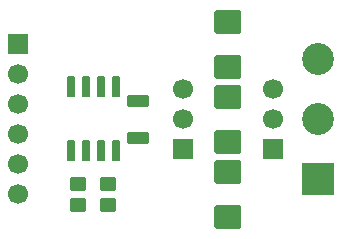
<source format=gbr>
%TF.GenerationSoftware,Altium Limited,Altium Designer,21.3.0 (21)*%
G04 Layer_Color=255*
%FSLAX45Y45*%
%MOMM*%
%TF.SameCoordinates,798F48EE-B9F3-42F3-8741-5E889E50E555*%
%TF.FilePolarity,Positive*%
%TF.FileFunction,Pads,Top*%
%TF.Part,Single*%
G01*
G75*
%TA.AperFunction,SMDPad,CuDef*%
G04:AMPARAMS|DCode=10|XSize=0.6mm|YSize=1.778mm|CornerRadius=0.06mm|HoleSize=0mm|Usage=FLASHONLY|Rotation=180.000|XOffset=0mm|YOffset=0mm|HoleType=Round|Shape=RoundedRectangle|*
%AMROUNDEDRECTD10*
21,1,0.60000,1.65800,0,0,180.0*
21,1,0.48000,1.77800,0,0,180.0*
1,1,0.12000,-0.24000,0.82900*
1,1,0.12000,0.24000,0.82900*
1,1,0.12000,0.24000,-0.82900*
1,1,0.12000,-0.24000,-0.82900*
%
%ADD10ROUNDEDRECTD10*%
G04:AMPARAMS|DCode=11|XSize=2.286mm|YSize=2.032mm|CornerRadius=0.2032mm|HoleSize=0mm|Usage=FLASHONLY|Rotation=0.000|XOffset=0mm|YOffset=0mm|HoleType=Round|Shape=RoundedRectangle|*
%AMROUNDEDRECTD11*
21,1,2.28600,1.62560,0,0,0.0*
21,1,1.87960,2.03200,0,0,0.0*
1,1,0.40640,0.93980,-0.81280*
1,1,0.40640,-0.93980,-0.81280*
1,1,0.40640,-0.93980,0.81280*
1,1,0.40640,0.93980,0.81280*
%
%ADD11ROUNDEDRECTD11*%
G04:AMPARAMS|DCode=12|XSize=1.8mm|YSize=1.1mm|CornerRadius=0.11mm|HoleSize=0mm|Usage=FLASHONLY|Rotation=0.000|XOffset=0mm|YOffset=0mm|HoleType=Round|Shape=RoundedRectangle|*
%AMROUNDEDRECTD12*
21,1,1.80000,0.88000,0,0,0.0*
21,1,1.58000,1.10000,0,0,0.0*
1,1,0.22000,0.79000,-0.44000*
1,1,0.22000,-0.79000,-0.44000*
1,1,0.22000,-0.79000,0.44000*
1,1,0.22000,0.79000,0.44000*
%
%ADD12ROUNDEDRECTD12*%
G04:AMPARAMS|DCode=13|XSize=1.4mm|YSize=1.2mm|CornerRadius=0.12mm|HoleSize=0mm|Usage=FLASHONLY|Rotation=0.000|XOffset=0mm|YOffset=0mm|HoleType=Round|Shape=RoundedRectangle|*
%AMROUNDEDRECTD13*
21,1,1.40000,0.96000,0,0,0.0*
21,1,1.16000,1.20000,0,0,0.0*
1,1,0.24000,0.58000,-0.48000*
1,1,0.24000,-0.58000,-0.48000*
1,1,0.24000,-0.58000,0.48000*
1,1,0.24000,0.58000,0.48000*
%
%ADD13ROUNDEDRECTD13*%
%TA.AperFunction,ComponentPad*%
%ADD17C,2.70000*%
%ADD18R,2.70000X2.70000*%
%ADD19C,1.70000*%
%ADD20R,1.70000X1.70000*%
%ADD21R,1.70000X1.70000*%
D10*
X24003000Y20084500D02*
D03*
X23875999D02*
D03*
X23749001D02*
D03*
X23622000D02*
D03*
X24003000Y19539500D02*
D03*
X23875999D02*
D03*
X23749001D02*
D03*
X23622000D02*
D03*
D11*
X24955499Y19367500D02*
D03*
Y18986501D02*
D03*
Y20256500D02*
D03*
Y20637500D02*
D03*
Y20002499D02*
D03*
Y19621500D02*
D03*
D12*
X24193500Y19657001D02*
D03*
Y19967000D02*
D03*
D13*
X23939500Y19267000D02*
D03*
Y19087000D02*
D03*
X23685500Y19087000D02*
D03*
Y19267000D02*
D03*
D17*
X25717499Y20320000D02*
D03*
Y19812000D02*
D03*
D18*
Y19303999D02*
D03*
D19*
X23177499Y19177000D02*
D03*
Y19431000D02*
D03*
Y19685001D02*
D03*
Y19939000D02*
D03*
Y20192999D02*
D03*
X25336501Y19812000D02*
D03*
Y20066000D02*
D03*
X24574500D02*
D03*
Y19812000D02*
D03*
D20*
X23177499Y20447000D02*
D03*
D21*
X25336501Y19558000D02*
D03*
X24574500D02*
D03*
%TF.MD5,bac119b24108099f4d5bb4f2fa7ab9f2*%
M02*

</source>
